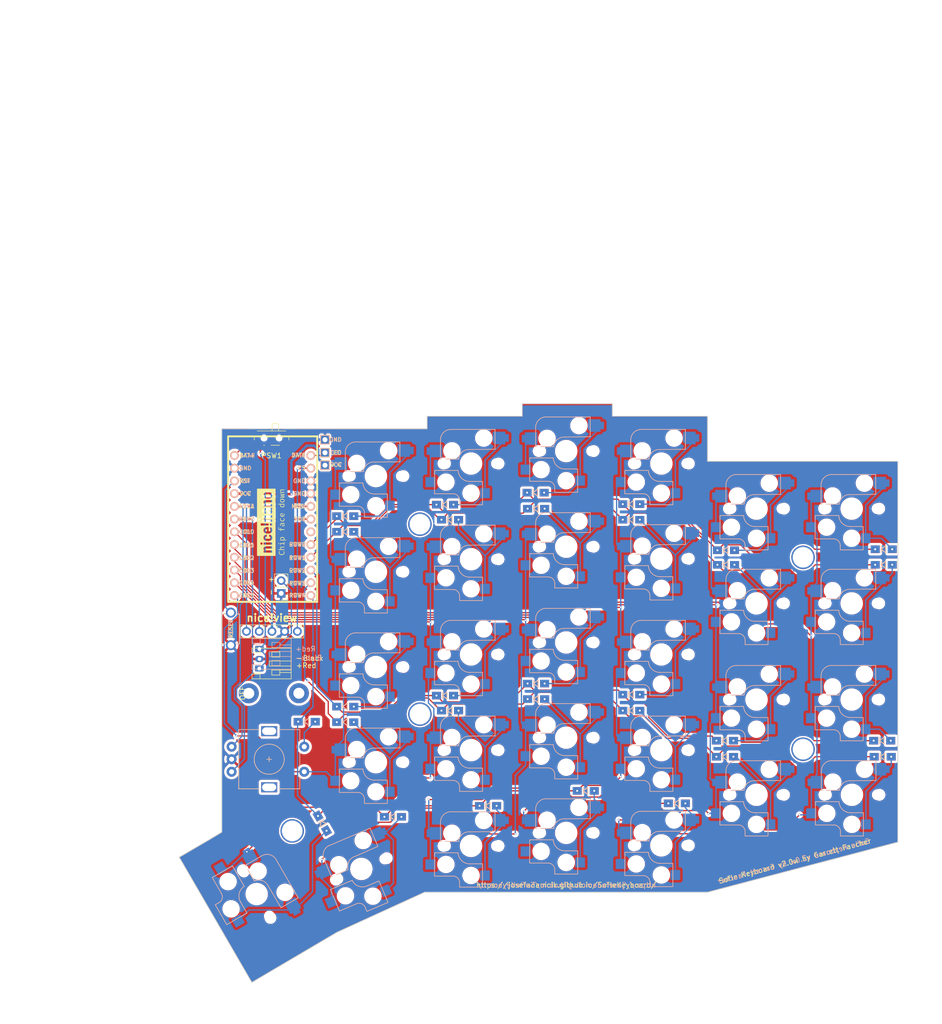
<source format=kicad_pcb>
(kicad_pcb (version 20221018) (generator pcbnew)
  (layers (0 "F.Cu" signal) (31 "B.Cu" signal) (34 "B.Paste" user) (35 "F.Paste" user) (36 "B.SilkS" user "B.Silkscreen") (37 "F.SilkS" user "F.Silkscreen") (38 "B.Mask" user) (39 "F.Mask" user) (44 "Edge.Cuts" user))
  (net 0 "")
  (net 1 "R_row0")
  (net 2 "R_row1")
  (net 3 "R_row2")
  (net 4 "R_row3")
  (net 5 "R_row4")
  (net 6 "VCC")
  (net 7 "GND")
  (net 8 "R_SW25B")
  (net 9 "R_SDA")
  (net 10 "R_SCL")
  (net 11 "R_CS")
  (net 12 "Net-(D1-A)")
  (net 13 "Net-(D2-A)")
  (net 14 "Net-(D3-A)")
  (net 15 "Net-(D4-A)")
  (net 16 "R_RGB")
  (net 17 "R_RESET")
  (net 18 "R_SW25A")
  (net 19 "Net-(D5-A)")
  (net 20 "Net-(D6-A)")
  (net 21 "Net-(D7-A)")
  (net 22 "Net-(D8-A)")
  (net 23 "Net-(D9-A)")
  (net 24 "Net-(D10-A)")
  (net 25 "Net-(D11-A)")
  (net 26 "Net-(D12-A)")
  (net 27 "Net-(D13-A)")
  (net 28 "Net-(D14-A)")
  (net 29 "Net-(D15-A)")
  (net 30 "Net-(D16-A)")
  (net 31 "Net-(D17-A)")
  (net 32 "Net-(D18-A)")
  (net 33 "Net-(D19-A)")
  (net 34 "Net-(D20-A)")
  (net 35 "Net-(D21-A)")
  (net 36 "Net-(D22-A)")
  (net 37 "Net-(D23-A)")
  (net 38 "Net-(D24-A)")
  (net 39 "Net-(D26-A)")
  (net 40 "Net-(D27-A)")
  (net 41 "Net-(D28-A)")
  (net 42 "Net-(D29-A)")
  (net 43 "Net-(D30-A)")
  (net 44 "R_col4")
  (net 45 "R_col3")
  (net 46 "+BATT")
  (net 47 "Net-(BATJ1-Pin_2)")
  (net 50 "R_col2")
  (net 51 "R_col1")
  (net 52 "R_col0")
  (net 53 "R_ENCA")
  (net 54 "R_ENCB")
  (footprint "SofleKeyboard-footprint:HOLE_M2_TH" (layer "F.Cu") (at 129.3 59.6)
    (fp_text reference "TH3" hide)
    (fp_text value "HOLE" hide)
  )
  (footprint "SofleKeyboard-footprint:HOLE_M2_TH" (layer "F.Cu") (at 205.8 66.21)
    (fp_text reference "TH4" hide)
    (fp_text value "HOLE" hide)
  )
  (footprint "SofleKeyboard-footprint:HOLE_M2_TH" (layer "F.Cu") (at 205.8 104.51)
    (fp_text reference "TH6" hide)
    (fp_text value "HOLE" hide)
  )
  (footprint "SofleKeyboard-footprint:HOLE_M2_TH" (layer "F.Cu") (at 103.8 120.81 90)
    (fp_text reference "TH7" hide)
    (fp_text value "HOLE" hide)
  )
  (footprint "SofleKeyboard-footprint:Diode_SOD123" (layer "F.Cu") (at 114.4 58)
    (fp_text reference "D1" hide)
    (fp_text value "D" hide)
  )
  (footprint "SofleKeyboard-footprint:Diode_SOD123" (layer "F.Cu") (at 134.3 55.7)
    (fp_text reference "D2" hide)
    (fp_text value "D" hide)
  )
  (footprint "SofleKeyboard-footprint:Diode_SOD123" (layer "F.Cu") (at 152.4 53.3)
    (fp_text reference "D3" hide)
    (fp_text value "D" hide)
  )
  (footprint "SofleKeyboard-footprint:Diode_SOD123" (layer "F.Cu") (at 171.5 55.6)
    (fp_text reference "D4" hide)
    (fp_text value "D" hide)
  )
  (footprint "SofleKeyboard-footprint:Diode_SOD123" (layer "F.Cu") (at 190.4 64.8)
    (fp_text reference "D5" hide)
    (fp_text value "D" hide)
  )
  (footprint "SofleKeyboard-footprint:Diode_SOD123" (layer "F.Cu") (at 221.9 64.6)
    (fp_text reference "D6" hide)
    (fp_text value "D" hide)
  )
  (footprint "SofleKeyboard-footprint:Diode_SOD123" (layer "F.Cu") (at 114.4 61.1)
    (fp_text reference "D7" hide)
    (fp_text value "D" hide)
  )
  (footprint "SofleKeyboard-footprint:Diode_SOD123" (layer "F.Cu") (at 135.3 58.7)
    (fp_text reference "D8" hide)
    (fp_text value "D" hide)
  )
  (footprint "SofleKeyboard-footprint:Diode_SOD123" (layer "F.Cu") (at 152.5 56.5)
    (fp_text reference "D9" hide)
    (fp_text value "D" hide)
  )
  (footprint "SofleKeyboard-footprint:Diode_SOD123" (layer "F.Cu") (at 171.5 58.7)
    (fp_text reference "D10" hide)
    (fp_text value "D" hide)
  )
  (footprint "SofleKeyboard-footprint:Diode_SOD123" (layer "F.Cu") (at 190.4 67.7)
    (fp_text reference "D11" hide)
    (fp_text value "D" hide)
  )
  (footprint "SofleKeyboard-footprint:Diode_SOD123" (layer "F.Cu") (at 221.9 67.7)
    (fp_text reference "D12" hide)
    (fp_text value "D" hide)
  )
  (footprint "SofleKeyboard-footprint:Diode_SOD123" (layer "F.Cu") (at 114.4 96)
    (fp_text reference "D13" hide)
    (fp_text value "D" hide)
  )
  (footprint "SofleKeyboard-footprint:Diode_SOD123" (layer "F.Cu") (at 134.3 93.8)
    (fp_text reference "D14" hide)
    (fp_text value "D" hide)
  )
  (footprint "SofleKeyboard-footprint:Diode_SOD123" (layer "F.Cu") (at 152.5 91.4)
    (fp_text reference "D15" hide)
    (fp_text value "D" hide)
  )
  (footprint "SofleKeyboard-footprint:Diode_SOD123" (layer "F.Cu") (at 171.5 93.6)
    (fp_text reference "D16" hide)
    (fp_text value "D" hide)
  )
  (footprint "SofleKeyboard-footprint:Diode_SOD123" (layer "F.Cu") (at 190.2 102.8)
    (fp_text reference "D17" hide)
    (fp_text value "D" hide)
  )
  (footprint "SofleKeyboard-footprint:Diode_SOD123" (layer "F.Cu") (at 221.6 102.8)
    (fp_text reference "D18" hide)
    (fp_text value "D" hide)
  )
  (footprint "SofleKeyboard-footprint:Diode_SOD123" (layer "F.Cu") (at 114.4 99.1)
    (fp_text reference "D19" hide)
    (fp_text value "D" hide)
  )
  (footprint "SofleKeyboard-footprint:Diode_SOD123" (layer "F.Cu") (at 135.3 96.8)
    (fp_text reference "D20" hide)
    (fp_text value "D" hide)
  )
  (footprint "SofleKeyboard-footprint:Diode_SOD123" (layer "F.Cu") (at 152.5 94.5)
    (fp_text reference "D21" hide)
    (fp_text value "D" hide)
  )
  (footprint "SofleKeyboard-footprint:Diode_SOD123" (layer "F.Cu") (at 171.5 96.8)
    (fp_text reference "D22" hide)
    (fp_text value "D" hide)
  )
  (footprint "SofleKeyboard-footprint:Diode_SOD123" (layer "F.Cu") (at 190.2 106)
    (fp_text reference "D23" hide)
    (fp_text value "D" hide)
  )
  (footprint "SofleKeyboard-footprint:Diode_SOD123" (layer "F.Cu") (at 221.7 106)
    (fp_text reference "D24" hide)
    (fp_text value "D" hide)
  )
  (footprint "SofleKeyboard-footprint:Diode_SOD123" (layer "F.Cu") (at 106.7 99.01)
    (fp_text reference "D25" hide)
    (fp_text value "D" hide)
  )
  (footprint "SofleKeyboard-footprint:Diode_SOD123" (layer "F.Cu") (at 109.8 119.3 -60)
    (fp_text reference "D26" hide)
    (fp_text value "D" hide)
  )
  (footprint "SofleKeyboard-footprint:Diode_SOD123" (layer "F.Cu") (at 123.9 118)
    (fp_text reference "D27" hide)
    (fp_text value "D" hide)
  )
  (footprint "SofleKeyboard-footprint:Diode_SOD123" (layer "F.Cu") (at 142.9 115.8)
    (fp_text reference "D28" hide)
    (fp_text value "D" hide)
  )
  (footprint "SofleKeyboard-footprint:Diode_SOD123" (layer "F.Cu") (at 162.4 112.81)
    (fp_text reference "D29" hide)
    (fp_text value "D" hide)
  )
  (footprint "SofleKeyboard-footprint:CherryMX_KailhLowProfile_Hotswap_OneSide" (layer "F.Cu") (at 120.5 50)
    (fp_text reference "SW1" hide)
    (fp_text value "SW_PUSH" hide)
  )
  (footprint "SofleKeyboard-footprint:CherryMX_KailhLowProfile_Hotswap_OneSide" (layer "F.Cu") (at 120.5 69.1)
    (fp_text reference "SW7" hide)
    (fp_text value "SW_PUSH" hide)
  )
  (footprint "SofleKeyboard-footprint:CherryMX_KailhLowProfile_Hotswap_OneSide" (layer "F.Cu") (at 120.5 88.1)
    (fp_text reference "SW13" hide)
    (fp_text value "SW_PUSH" hide)
  )
  (footprint "SofleKeyboard-footprint:CherryMX_KailhLowProfile_Hotswap_OneSide" (layer "F.Cu") (at 120.5 107.1)
    (fp_text reference "SW19" hide)
    (fp_text value "SW_PUSH" hide)
  )
  (footprint "SofleKeyboard-footprint:CherryMX_KailhLowProfile_Hotswap_OneSide_1.5" (layer "F.Cu") (at 96.7 133.41 -60)
    (fp_text reference "SW26" hide)
    (fp_text value "SW_PUSH" hide)
  )
  (footprint "SofleKeyboard-footprint:CherryMX_KailhLowProfile_Hotswap_OneSide" (layer "F.Cu") (at 117.6 128.4 23)
    (fp_text reference "SW27" hide)
    (fp_text value "SW_PUSH" hide)
  )
  (footprint "SofleKeyboard-footprint:CherryMX_KailhLowProfile_Hotswap_OneSide" (layer "F.Cu") (at 139.5 123.8)
    (fp_text reference "SW28" hide)
    (fp_text value "SW_PUSH" hide)
  )
  (footprint "SofleKeyboard-footprint:CherryMX_KailhLowProfile_Hotswap_OneSide" (layer "F.Cu") (at 158.5 121.2)
    (fp_text reference "SW29" hide)
    (fp_text value "SW_PUSH" hide)
  )
  (footprint "SofleKeyboard-footprint:M2_HOLE_PCB" (layer "F.Cu") (at 95.13 93.352)
    (fp_text reference "TH1" hide)
    (fp_text value "HOLE")
  )
  (footprint "SofleKeyboard-footprint:LED" (layer "F.Cu") (at 110.344 47.838 180)
    (fp_text reference "J2" hide)
    (fp_text value "LED" hide)
  )
  (footprint "SofleKeyboard-footprint:Diode_SOD123" (layer "F.Cu") (at 180.6 115.31)
    (fp_text reference "D30" hide)
    (fp_text value "D" hide)
  )
  (footprint "SofleKeyboard-footprint:M2_HOLE_PCB" (layer "F.Cu") (at 105.13 93.336)
    (fp_text reference "TH2" hide)
    (fp_text value "HOLE")
  )
  (footprint "SofleKeyboard-footprint:CherryMX_KailhLowProfile_Hotswap_OneSide" (layer "F.Cu") (at 139.5 85.6)
    (fp_text reference "SW14" hide)
    (fp_text value "SW_PUSH" hide)
  )
  (footprint "SofleKeyboard-footprint:CherryMX_KailhLowProfile_Hotswap_OneSide" (layer "F.Cu") (at 139.5 104.7)
    (fp_text reference "SW20" hide)
    (fp_text value "SW_PUSH" hide)
  )
  (footprint "SofleKeyboard-footprint:CherryMX_KailhLowProfile_Hotswap_OneSide" (layer "F.Cu") (at 139.5 66.6)
    (fp_text reference "SW8" hide)
    (fp_text value "SW_PUSH" hide)
  )
  (footprint "SofleKeyboard-footprint:CherryMX_KailhLowProfile_Hotswap_OneSide" (layer "F.Cu") (at 139.5 47.5)
    (fp_text reference "SW2" hide)
    (fp_text value "SW_PUSH" hide)
  )
  (footprint "SofleKeyboard-footprint:CherryMX_KailhLowProfile_Hotswap_OneSide" (layer "F.Cu") (at 158.5 83.2)
    (fp_text reference "SW15" hide)
    (fp_text value "SW_PUSH" hide)
  )
  (footprint "SofleKeyboard-footprint:CherryMX_KailhLowProfile_Hotswap_OneSide" (layer "F.Cu") (at 158.5 45.01)
    (fp_text reference "SW3" hide)
    (fp_text value "SW_PUSH" hide)
  )
  (footprint "SofleKeyboard-footprint:CherryMX_KailhLowProfile_Hotswap_OneSide" (layer "F.Cu") (at 158.5 64.1)
    (fp_text reference "SW9" hide)
    (fp_text value "SW_PUSH" hide)
  )
  (footprint "SofleKeyboard-footprint:CherryMX_KailhLowProfile_Hotswap_OneSide" (layer "F.Cu") (at 158.5 102.2)
    (fp_text reference "SW21" hide)
    (fp_text value "SW_PUSH" hide)
  )
  (footprint "SofleKeyboard-footprint:CherryMX_KailhLowProfile_Hotswap_OneSide" (layer "F.Cu") (at 177.5 104.7)
    (fp_text reference "SW22" hide)
    (fp_text value "SW_PUSH" hide)
  )
  (footprint "SofleKeyboard-footprint:CherryMX_KailhLowProfile_Hotswap_OneSide" (layer "F.Cu") (at 177.5 66.5)
    (fp_text reference "SW10" hide)
    (fp_text value "SW_PUSH" hide)
  )
  (footprint "SofleKeyboard-footprint:CherryMX_KailhLowProfile_Hotswap_OneSide" (layer "F.Cu") (at 177.5 123.7)
    (fp_text reference "SW30" hide)
    (fp_text value "SW_PUSH" hide)
  )
  (footprint "SofleKeyboard-footprint:CherryMX_KailhLowProfile_Hotswap_OneSide" (layer "F.Cu") (at 177.5 85.6)
    (fp_text reference "SW16" hide)
    (fp_text value "SW_PUSH" hide)
  )
  (footprint "SofleKeyboard-footprint:CherryMX_KailhLowProfile_Hotswap_OneSide" (layer "F.Cu") (at 177.5 47.5)
    (fp_text reference "SW4" hide)
    (fp_text value "SW_PUSH" hide)
  )
  (footprint "SofleKeyboard-footprint:CherryMX_KailhLowProfile_Hotswap_OneSide" (layer "F.Cu") (at 196.5 56.5)
    (fp_text reference "SW5" hide)
    (fp_text value "SW_PUSH" hide)
  )
  (footprint "SofleKeyboard-footprint:CherryMX_KailhLowProfile_Hotswap_OneSide" (layer "F.Cu") (at 196.5 113.6)
    (fp_text reference "SW23" hide)
    (fp_text value "SW_PUSH" hide)
  )
  (footprint "SofleKeyboard-footprint:CherryMX_KailhLowProfile_Hotswap_OneSide" (layer "F.Cu") (at 215.5 94.6)
    (fp_text reference "SW18" hide)
    (fp_text value "SW_PUSH" hide)
  )
  (footprint "SofleKeyboard-footprint:CherryMX_KailhLowProfile_Hotswap_OneSide" (layer "F.Cu") (at 215.55 113.6)
    (fp_text reference "SW24" hide)
    (fp_text value "SW_PUSH" hide)
  )
  (footprint "SofleKeyboard-footprint:CherryMX_KailhLowProfile_Hotswap_OneSide" (layer "F.Cu") (at 215.5 56.5)
    (fp_text reference "SW6" hide)
    (fp_text value "SW_PUSH" hide)
  )
  (footprint "SofleKeyboard-footprint:CherryMX_KailhLowProfile_Hotswap_OneSide" (layer "F.Cu") (at 215.5 75.4)
    (fp_text reference "SW12" hide)
    (fp_text value "SW_PUSH" hide)
  )
  (footprint "SofleKeyboard-footprint:CherryMX_KailhLowProfile_Hotswap_OneSide" (layer "F.Cu") (at 196.5 94.6)
    (fp_text reference "SW17" hide)
    (fp_text value "SW_PUSH" hide)
  )
  (footprint "SofleKeyboard-footprint:CherryMX_KailhLowProfile_Hotswap_OneSide" (layer "F.Cu") (at 196.5 75.4)
    (fp_text reference "SW11" hide)
    (fp_text value "SW_PUSH" hide)
  )
  (footprint "SofleKeyboard-footprint:HOLE_M2_TH" (layer "F.Cu") (at 129.3 97.51)
    (fp_text reference "TH5" hide)
    (fp_text value "HOLE" hide)
  )
  (footprint "SofleKeyboard-footprint:RotaryEncoder_Alps_EC11E-Switch_Vertical_H20mm-keebio_modified" (layer "F.Cu") (at 99.2 106.5)
    (fp_text reference "SW25" hide)
    (fp_text value "Rotary_Encoder_Switch")
  )
  (footprint "SofleKeyboard-footprint:TACT_SWITCH_TVBP06" (layer "F.Cu") (at 91.548 80.502 90)
    (fp_text reference "RSW1" hide)
    (fp_text value "SW_RST" hide)
  )
  (footprint "lib:nice_nano" (layer "F.Cu") (at 99.5958 60.1919)
    (fp_text reference "U1" hide)
    (fp_text value "ProMicro" hide)
  )
  (footprint "Connector_PinHeader_2.54mm:PinHeader_1x02_P2.54mm_Vertical" (layer "F.Cu") (at 101.6 73.406 180)
    (fp_text reference "BATJ1" hide)
    (fp_text value "Conn_01x02_Female")
  )
  (footprint "lib:nice_view" (layer "F.Cu") (at 99.75 65.4706)
    (fp_text reference "J1" hide)
    (fp_text value "OLED" hide)
  )
  (footprint "Button_Switch_SMD:SW_SPDT_PCM12" (layer "F.Cu") (at 99.676 42.73 180)
    (fp_text reference "PSW1")
    (fp_text value "SW_SPST")
  )
  (footprint "lib:Double_Sided_JST_Jack" (layer "F.Cu") (at 99.93 92.1185)
    (fp_text reference "BATJ2" hide)
    (fp_text value "Conn_01x02_Female")
  )
  (gr_line (start 111.23 40.552) (end 89.73 40.552) (stroke (width 0.15)) (layer "Edge.Cuts"))
  (gr_line (start 89.73 100.552) (end 89.73 121.052) (stroke (width 0.15)) (layer "Edge.Cuts"))
  (gr_line (start 224.73 123.052) (end 224.73 47.052) (stroke (width 0.15)) (layer "Edge.Cuts"))
  (gr_line (start 130.73 38.052) (end 130.73 40.552) (stroke (width 0.15)) (layer "Edge.Cuts"))
  (gr_line (start 95.73 151.052) (end 112.73 141.052) (stroke (width 0.15)) (layer "Edge.Cuts"))
  (gr_line (start 149.73 38.052) (end 130.73 38.052) (stroke (width 0.15)) (layer "Edge.Cuts"))
  (gr_line (start 186.73 133.052) (end 224.73 123.052) (stroke (width 0.15)) (layer "Edge.Cuts"))
  (gr_line (start 130.73 40.552) (end 111.23 40.552) (stroke (width 0.15)) (layer "Edge.Cuts"))
  (gr_line (start 89.73 99.94) (end 89.73 100.552) (stroke (width 0.15)) (layer "Edge.Cuts"))
  (gr_line (start 81.23 126.052) (end 95.73 151.052) (stroke (width 0.15)) (layer "Edge.Cuts"))
  (gr_line (start 186.73 38.052) (end 167.73 38.052) (stroke (width 0.15)) (layer "Edge.Cuts"))
  (gr_line (start 167.73 35.552) (end 149.73 35.552) (stroke (width 0.15)) (layer "Edge.Cuts"))
  (gr_line (start 89.73 121.052) (end 87.23 122.552) (stroke (width 0.15)) (layer "Edge.Cuts"))
  (gr_line (start 112.73 141.052) (end 130.23 133.052) (stroke (width 0.15)) (layer "Edge.Cuts"))
  (gr_line (start 224.73 47.052) (end 186.73 47.052) (stroke (width 0.15)) (layer "Edge.Cuts"))
  (gr_line (start 89.73 40.552) (end 89.73 99.94) (stroke (width 0.15)) (layer "Edge.Cuts"))
  (gr_line (start 149.73 35.552) (end 149.73 38.052) (stroke (width 0.15)) (layer "Edge.Cuts"))
  (gr_line (start 186.73 47.052) (end 186.73 38.052) (stroke (width 0.15)) (layer "Edge.Cuts"))
  (gr_line (start 87.23 122.552) (end 81.23 126.052) (stroke (width 0.15)) (layer "Edge.Cuts"))
  (gr_line (start 130.23 133.052) (end 186.73 133.052) (stroke (width 0.15)) (layer "Edge.Cuts"))
  (gr_line (start 167.73 38.052) (end 167.73 35.552) (stroke (width 0.15)) (layer "Edge.Cuts"))
  (gr_text "Sofle Keyboard v2.0w by Garrett Faucher" (at 203.93 126.852 15) (layer "B.SilkS") (effects (font (size 1 1)) (justify mirror)))
  (gr_text "https://josefadamcik.github.io/SofleKeyboard/" (at 158.48 131.602) (layer "B.SilkS") (effects (font (size 1 1)) (justify mirror)))
  (gr_text "+" (at 99.568 71.374 90) (layer "F.SilkS") (effects (font (size 1 1)) (justify left)))
  (gr_text "https://josefadamcik.github.io/SofleKeyboard/" (at 158.53 131.602) (layer "F.SilkS") (effects (font (size 1 1))))
  (gr_text "Sofle Keyboard v2.0w by Garrett Faucher" (at 204.18 126.802 15) (layer "F.SilkS") (effects (font (size 1 1))))
  (gr_text "OFF" (at 93.905 94.804568 90) (layer "F.SilkS") (effects (font (size 1 1)) (justify left)))
  (gr_text "-" (at 99.568 73.914 90) (layer "F.SilkS") (effects (font (size 1 1)) (justify left)))
  (segment (start 208.114443 64.6) (end 206.949443 63.435) (width 0.25) (layer "F.Cu") (net 1))
  (segment (start 220.2 64.6) (end 208.114443 64.6) (width 0.25) (layer "F.Cu") (net 1))
  (segment (start 195.64 66.04) (end 193.325 63.725) (width 0.25) (layer "F.Cu") (net 1))
  (segment (start 193.325 63.725) (end 189.775 63.725) (width 0.25) (layer "F.Cu") (net 1))
  (segment (start 169.8 55.6) (end 168.81 54.61) (width 0.25) (layer "F.Cu") (net 1))
  (segment (start 133.854 56.954) (end 132.6 55.7) (width 0.25) (layer "F.Cu") (net 1))
  (segment (start 206.949443 63.435) (end 204.650557 63.435) (width 0.25) (layer "F.Cu") (net 1))
  (segment (start 114.136 59.436) (end 112.7 58) (width 0.25) (layer "F.Cu") (net 1))
  (segment (start 147.046 56.954) (end 133.854 56.954) (width 0.25) (layer "F.Cu") (net 1))
  (segment (start 112.7 58) (end 112.7 58.475936) (width 0.25) (layer "F.Cu") (net 1))
  (segment (start 152.01 54.61) (end 150.7 53.3) (width 0.25) (layer "F.Cu") (net 1))
  (segment (start 189.775 63.725) (end 188.7 64.8) (width 0.25) (layer "F.Cu") (net 1))
  (segment (start 123.35165 55.7) (end 119.61565 59.436) (width 0.25) (layer "F.Cu") (net 1))
  (segment (start 169.8 55.6) (end 171.154 56.954) (width 0.25) (layer "F.Cu") (net 1))
  (segment (start 171.154 56.954) (end 180.854 56.954) (width 0.25) (layer "F.Cu") (net 1))
  (segment (start 180.854 56.954) (end 188.7 64.8) (width 0.25) (layer "F.Cu") (net 1))
  (segment (start 119.61565 59.436) (end 114.136 59.436) (width 0.25) (layer "F.Cu") (net 1))
  (segment (start 204.650557 63.435) (end 202.045557 66.04) (width 0.25) (layer "F.Cu") (net 1))
  (segment (start 112.7 58.475936) (end 107.509984 63.665952) (width 0.25) (layer "F.Cu") (net 1))
  (segment (start 132.6 55.7) (end 123.35165 55.7) (width 0.25) (layer "F.Cu") (net 1))
  (segment (start 112.7 58) (end 112.948 58.248) (width 0.25) (layer "F.Cu") (net 1))
  (segment (start 202.045557 66.04) (end 195.64 66.04) (width 0.25) (layer "F.Cu") (net 1))
  (segment (start 150.7 53.3) (end 147.046 56.954) (width 0.25) (layer "F.Cu") (net 1))
  (segment (start 168.81 54.61) (end 152.01 54.61) (width 0.25) (layer "F.Cu") (net 1))
  (segment (start 202.155557 66.49) (end 195.61 66.49) (width 0.25) (layer "F.Cu") (net 2))
  (segment (start 152.24 55.06) (end 166.16 55.06) (width 0.25) (layer "F.Cu") (net 2))
  (segment (start 119.802046 59.886) (end 113.914 59.886) (width 0.25) (layer "F.Cu") (net 2))
  (segment (start 130.75 56.15) (end 123.538046 56.15) (width 0.25) (layer "F.Cu") (net 2))
  (segment (start 133.6 58.7) (end 133.3 58.7) (width 0.25) (layer "F.Cu") (net 2))
  (segment (start 204.650557 68.985) (end 202.155557 66.49) (width 0.25) (layer "F.Cu") (net 2))
  (segment (start 149.896 57.404) (end 134.896 57.404) (width 0.25) (layer "F.Cu") (net 2))
  (segment (start 133.3 58.7) (end 130.75 56.15) (width 0.25) (layer "F.Cu") (net 2))
  (segment (start 195.61 66.49) (end 193.325 68.775) (width 0.25) (layer "F.Cu") (net 2))
  (segment (start 112.7 61.1) (end 112.615936 61.1) (width 0.25) (layer "F.Cu") (net 2))
  (segment (start 134.896 57.404) (end 133.6 58.7) (width 0.25) (layer "F.Cu") (net 2))
  (segment (start 112.615936 61.1) (end 107.509984 66.205952) (width 0.25) (layer "F.Cu") (net 2))
  (segment (start 169.8 58.7) (end 171.096 57.404) (width 0.25) (layer "F.Cu") (net 2))
  (segment (start 206.949443 68.985) (end 204.650557 68.985) (width 0.25) (layer "F.Cu") (net 2))
  (segment (start 150.8 56.5) (end 149.896 57.404) (width 0.25) (layer "F.Cu") (net 2))
  (segment (start 171.096 57.404) (end 180.667604 57.404) (width 0.25) (layer "F.Cu") (net 2))
  (segment (start 189.775 68.775) (end 188.7 67.7) (width 0.25) (layer "F.Cu") (net 2))
  (segment (start 186.780802 65.780802) (end 188.7 67.7) (width 0.25) (layer "F.Cu") (net 2))
  (segment (start 113.914 59.886) (end 112.7 61.1) (width 0.25) (layer "F.Cu") (net 2))
  (segment (start 220.2 67.7) (end 208.234443 67.7) (width 0.25) (layer "F.Cu") (net 2))
  (segment (start 180.667604 57.404) (end 186.780802 63.517198) (width 0.25) (layer "F.Cu") (net 2))
  (segment (start 166.16 55.06) (end 169.8 58.7) (width 0.25) (layer "F.Cu") (net 2))
  (segment (start 193.325 68.775) (end 189.775 68.775) (width 0.25) (layer "F.Cu") (net 2))
  (segment (start 186.780802 63.517198) (end 186.780802 65.780802) (width 0.25) (layer "F.Cu") (net 2))
  (segment (start 150.8 56.5) (end 152.24 55.06) (width 0.25) (layer "F.Cu") (net 2))
  (segment (start 123.538046 56.15) (end 119.802046 59.886) (width 0.25) (layer "F.Cu") (net 2))
  (segment (start 208.234443 67.7) (end 206.949443 68.985) (width 0.25) (layer "F.Cu") (net 2))
  (segment (start 188.5 102.8) (end 187.575 101.875) (width 0.25) (layer "F.Cu") (net 3))
  (segment (start 202.510556 103.875) (end 189.575 103.875) (width 0.25) (layer "F.Cu") (net 3))
  (segment (start 150.8 91.4) (end 152.11 92.71) (width 0.25) (layer "F.Cu") (net 3))
  (segment (start 219.9 102.8) (end 208.014443 102.8) (width 0.25) (layer "F.Cu") (net 3))
  (segment (start 204.650557 101.735) (end 202.510556 103.875) (width 0.25) (layer "F.Cu") (net 3))
  (segment (start 168.91 92.71) (end 169.8 93.6) (width 0.25) (layer "F.Cu") (net 3))
  (segment (start 122.624 97.086) (end 125.91 93.8) (width 0.25) (layer "F.Cu") (net 3))
  (segment (start 175.006 96.306) (end 175.006 98.169604) (width 0.25) (layer "F.Cu") (net 3))
  (segment (start 206.949443 101.735) (end 204.650557 101.735) (width 0.25) (layer "F.Cu") (net 3))
  (segment (start 173.95 95.25) (end 175.006 96.306) (width 0.25) (layer "F.Cu") (net 3))
  (segment (start 175.006 98.169604) (end 178.711396 101.875) (width 0.25) (layer "F.Cu") (net 3))
  (segment (start 112.7 96) (end 113.786 97.086) (width 0.25) (layer "F.Cu") (net 3))
  (segment (start 169.8 93.6) (end 171.45 95.25) (width 0.25) (layer "F.Cu") (net 3))
  (segment (start 171.45 95.25) (end 173.95 95.25) (width 0.25) (layer "F.Cu") (net 3))
  (segment (start 208.014443 102.8) (end 206.949443 101.735) (width 0.25) (layer "F.Cu") (net 3))
  (segment (start 133.854 95.054) (end 147.146 95.054) (width 0.25) (layer "F.Cu") (net 3))
  (segment (start 187.575 101.875) (end 178.711396 101.875) (width 0.25) (layer "F.Cu") (net 3))
  (segment (start 125.91 93.8) (end 132.6 93.8) (width 0.25) (layer "F.Cu") (net 3))
  (segment (start 147.146 95.054) (end 150.8 91.4) (width 0.25) (layer "F.Cu") (net 3))
  (segment (start 152.11 92.71) (end 168.91 92.71) (width 0.25) (layer "F.Cu") (net 3))
  (segment (start 113.786 97.086) (end 122.624 97.086) (width 0.25) (layer "F.Cu") (net 3))
  (segment (start 132.6 93.8) (end 133.854 95.054) (width 0.25) (layer "F.Cu") (net 3))
  (segment (start 108.711284 92.011284) (end 112.7 96) (width 0.25) (layer "B.Cu") (net 3))
  (segment (start 107.509984 68.745952) (end 108.711284 69.947252) (width 0.25) (layer "B.Cu") (net 3))
  (segment (start 108.711284 69.947252) (end 108.711284 92.011284) (width 0.25) (layer "B.Cu") (net 3))
  (segment (start 170.875 97.875) (end 169.8 96.8) (width 0.25) (layer "F.Cu") (net 4))
  (segment (start 110.998 94.996) (end 110.998 97.398) (width 0.25) (layer "F.Cu") (net 4))
  (segment (start 174.075 97.875) (end 170.875 97.875) (width 0.25) (layer "F.Cu") (net 4))
  (segment (start 204.650557 107.285) (end 201.690557 104.325) (width 0.25) (layer "F.Cu") (net 4))
  (segment (start 208.234443 106) (end 206.949443 107.285) (width 0.25) (layer "F.Cu") (net 4))
  (segment (start 184.825 102.325) (end 178.525 102.325) (width 0.25) (layer "F.Cu") (net 4))
  (segment (start 106.934 90.932) (end 110.998 94.996) (width 0.25) (layer "F.Cu") (net 4))
  (segment (start 110.998 97.398) (end 112.7 99.1) (width 0.25) (layer "F.Cu") (net 4))
  (segment (start 190.175 104.325) (end 188.5 106) (width 0.25) (layer "F.Cu") (net 4))
  (segment (start 122.810396 97.536) (end 126.048198 94.298198) (width 0.25) (layer "F.Cu") (net 4))
  (segment (start 188.5 106) (end 184.825 102.325) (width 0.25) (layer "F.Cu") (net 4))
  (segment (start 150.8 94.5) (end 152.14 93.16) (width 0.25) (layer "F.Cu") (net 4))
  (segment (start 206.949443 107.285) (end 204.650557 107.285) (width 0.25) (layer "F.Cu") (net 4))
  (segment (start 133.6 96.8) (end 134.896 95.504) (width 0.25) (layer "F.Cu") (net 4))
  (segment (start 166.16 93.16) (end 169.8 96.8) (width 0.25) (layer "F.Cu") (net 4))
  (segment (start 149.796 95.504) (end 150.8 94.5) (width 0.25) (layer "F.Cu") (net 4))
  (segment (start 126.048198 94.298198) (end 130.948198 94.298198) (width 0.25) (layer "F.Cu") (net 4))
  (segment (start 114.264 97.536) (end 122.810396 97.536) (width 0.25) (layer "F.Cu") (net 4))
  (segment (start 112.7 99.1) (end 114.264 97.536) (width 0.25) (layer "F.Cu") (net 4))
  (segment (start 134.896 95.504) (end 149.796 95.504) (width 0.25) (layer "F.Cu") (net 4))
  (segment (start 130.948198 94.298198) (end 133.45 96.8) (width 0.25) (layer "F.Cu") (net 4))
  (segment (start 133.45 96.8) (end 133.6 96.8) (width 0.25) (layer "F.Cu") (net 4))
  (segment (start 152.14 93.16) (end 166.16 93.16) (width 0.25) (layer "F.Cu") (net 4))
  (segment (start 220 106) (end 208.234443 106) (width 0.25) (layer "F.Cu") (net 4))
  (segment (start 178.525 102.325) (end 174.075 97.875) (width 0.25) (layer "F.Cu") (net 4))
  (segment (start 201.690557 104.325) (end 190.175 104.325) (width 0.25) (layer "F.Cu") (net 4))
  (via (at 106.934 90.932) (size 0.4) (drill 0.3) (layers "F.Cu" "B.Cu") (net 4))
  (segment (start 106.308684 72.487252) (end 106.308684 90.306684) (width 0.25) (layer "B.Cu") (net 4))
  (segment (start 106.308684 90.306684) (end 106.934 90.932) (width 0.25) (layer "B.Cu") (net 4))
  (segment (start 107.509984 71.285952) (end 106.308684 72.487252) (width 0.25) (layer "B.Cu") (net 4))
  (segment (start 110.191757 116.586) (end 108.95 117.827757) (width 0.25) (layer "F.Cu") (net 5))
  (segment (start 173.585396 111.735) (end 161.775 111.735) (width 0.25) (layer "F.Cu") (net 5))
  (segment (start 144.19 112.81) (end 141.2 115.8) (width 0.25) (layer "F.Cu") (net 5))
  (segment (start 120.786 116.586) (end 110.191757 116.586) (width 0.25) (layer "F.Cu") (net 5))
  (segment (start 178.9 115.31) (end 177.160396 115.31) (width 0.25) (layer "F.Cu") (net 5))
  (segment (start 122.2 118) (end 120.786 116.586) (width 0.25) (layer "F.Cu") (net 5))
  (segment (start 141.2 115.8) (end 124.4 115.8) (width 0.25) (layer "F.Cu") (net 5))
  (segment (start 124.4 115.8) (end 122.2 118) (width 0.25) (layer "F.Cu") (net 5))
  (segment (start 177.160396 115.31) (end 173.585396 111.735) (width 0.25) (layer "F.Cu") (net 5))
  (segment (start 161.775 111.735) (end 160.7 112.81) (width 0.25) (layer "F.Cu") (net 5))
  (segment (start 160.7 112.81) (end 144.19 112.81) (width 0.25) (layer "F.Cu") (net 5))
  (segment (start 107.95 74.265968) (end 107.95 96.06) (width 0.25) (layer "B.Cu") (net 5))
  (segment (start 104.875 99.135) (end 104.875 113.752757) (width 0.25) (layer "B.Cu") (net 5))
  (segment (start 107.95 96.06) (end 105 99.01) (width 0.25) (layer "B.Cu") (net 5))
  (segment (start 107.509984 73.825952) (end 107.95 74.265968) (width 0.25) (layer "B.Cu") (net 5))
  (segment (start 105 99.01) (end 104.875 99.135) (width 0.25) (layer "B.Cu") (net 5))
  (segment (start 104.875 113.752757) (end 108.95 117.827757) (width 0.25) (layer "B.Cu") (net 5))
  (segment (start 99.822 53.594) (end 103.632 53.594) (width 0.5) (layer "F.Cu") (net 6))
  (segment (start 99.822 53.594) (end 99.733952 53.505952) (width 0.5) (layer "F.Cu") (net 6))
  (segment (start 99.733952 53.505952) (end 92.269984 53.505952) (width 0.5) (layer "F.Cu") (net 6))
  (via (at 99.822 53.594) (size 0.4) (drill 0.3) (layers "F.Cu" "B.Cu") (net 6))
  (via (at 103.632 53.594) (size 0.4) (drill 0.3) (layers "F.Cu" "B.Cu") (net 6))
  (segment (start 99.75 53.666) (end 99.822 53.594) (width 0.5) (layer "B.Cu") (net 6))
  (segment (start 108.966 46.46) (end 110.344 47.838) (width 0.5) (layer "B.Cu") (net 6))
  (segment (start 103.632 53.594) (end 103.632 46.99) (width 0.5) (layer "B.Cu") (net 6))
  (segment (start 103.632 46.99) (end 106.68 43.942) (width 0.5) (layer "B.Cu") (net 6))
  (segment (start 99.75 80.9946) (end 99.75 53.666) (width 0.5) (layer "B.Cu") (net 6))
  (segment (start 108.204 43.942) (end 108.966 44.704) (width 0.5) (layer "B.Cu") (net 6))
  (segment (start 108.966 44.704) (end 108.966 46.46) (width 0.5) (layer "B.Cu") (net 6))
  (segment (start 106.68 43.942) (end 108.204 43.942) (width 0.5) (layer "B.Cu") (net 6))
  (segment (start 106.2 104) (end 106.2 101.21) (width 0.25) (layer "B.Cu") (net 8))
  (segment (start 106.2 101.21) (end 108.4 99.01) (width 0.25) (layer "B.Cu") (net 8))
  (segment (start 94.742 56.134) (end 94.830048 56.045952) (width 0.25) (layer "F.Cu") (net 9))
  (segment (start 94.830048 56.045952) (end 107.509984 56.045952) (width 0.25) (layer "F.Cu") (net 9))
  (via (at 94.742 56.134) (size 0.4) (drill 0.3) (layers "F.Cu" "B.Cu") (net 9))
  (segment (start 94.67 80.9946) (end 94.67 56.206) (width 0.25) (layer "B.Cu") (net 9))
  (segment (start 94.67 56.206) (end 94.742 56.134) (width 0.25) (layer "B.Cu") (net 9))
  (segment (start 97.282 58.674) (end 97.370048 58.585952) (width 0.25) (layer "F.Cu") (net 10))
  (segment (start 97.370048 58.585952) (end 107.509984 58.585952) (width 0.25) (layer "F.Cu") (net 10))
  (via (at 97.282 58.674) (size 0.4) (drill 0.3) (layers "F.Cu" "B.Cu") (net 10))
  (segment (start 97.21 58.746) (end 97.282 58.674) (width 0.25) (layer "B.Cu") (net 10))
  (segment (start 97.21 80.9946) (end 97.21 58.746) (width 0.25) (layer "B.Cu") (net 10))
  (segment (start 107.509984 48.425952) (end 104.990048 48.425952) (width 0.25) (layer "F.Cu") (net 11))
  (segment (start 104.990048 48.425952) (end 104.902 48.514) (width 0.25) (layer "F.Cu") (net 11))
  (via (at 104.902 48.514) (size 0.4) (drill 0.3) (layers "F.Cu" "B.Cu") (net 11))
  (segment (start 104.83 80.9946) (end 104.83 48.586) (width 0.25) (layer "B.Cu") (net 11))
  (segment (start 104.83 48.586) (end 104.902 48.514) (width 0.25) (layer "B.Cu") (net 11))
  (segment (start 127.7 44.9) (end 123.3 49.3) (width 0.25) (layer "B.Cu") (net 12))
  (segment (start 123.3 49.3) (end 123.3 55.9) (width 0.25) (layer "B.Cu") (net 12))
  (segment (start 123.3 55.9) (end 121.2 58) (width 0.25) (layer "B.Cu") (net 12))
  (segment (start 121.2 58) (end 116.1 58) (width 0.25) (layer "B.Cu") (net 12))
  (segment (start 142.3 53.4) (end 140 55.7) (width 0.25) (layer "B.Cu") (net 13))
  (segment (start 140 55.7) (end 136 55.7) (width 0.25) (layer "B.Cu") (net 13))
  (segment (start 142.3 46.8) (end 142.3 53.4) (width 0.25) (layer "B.Cu") (net 13))
  (segment (start 146.7 42.4) (end 142.3 46.8) (width 0.25) (layer "B.Cu") (net 13))
  (segment (start 165.7 39.91) (end 161.3 44.31) (width 0.25) (layer "B.Cu") (net 14))
  (segment (start 158.91 53.3) (end 154.1 53.3) (width 0.25) (layer "B.Cu") (net 14))
  (segment (start 161.3 50.91) (end 158.91 53.3) (width 0.25) (layer "B.Cu") (net 14))
  (segment (start 161.3 44.31) (end 161.3 50.91) (width 0.25) (layer "B.Cu") (net 14))
  (segment (start 178.1 55.6) (end 173.2 55.6) (width 0.25) (layer "B.Cu") (net 15))
  (segment (start 180.3 53.4) (end 178.1 55.6) (width 0.25) (layer "B.Cu") (net 15))
  (segment (start 180.3 46.8) (end 180.3 53.4) (width 0.25) (layer "B.Cu") (net 15))
  (segment (start 184.7 42.4) (end 180.3 46.8) (width 0.25) (layer "B.Cu") (net 15))
  (segment (start 109.796048 45.885952) (end 110.344 45.338) (width 0.25) (layer "F.Cu") (net 16))
  (segment (start 107.509984 45.885952) (end 109.796048 45.885952) (width 0.25) (layer "F.Cu") (net 16))
  (segment (start 90.424 76.128) (end 90.424 52.811936) (width 0.25) (layer "B.Cu") (net 17))
  (segment (start 91.548 77.252) (end 90.424 76.128) (width 0.25) (layer "B.Cu") (net 17))
  (segment (start 90.424 52.811936) (end 92.269984 50.965952) (width 0.25) (layer "B.Cu") (net 17))
  (segment (start 96.904 101.854) (end 92.71 101.854) (width 0.25) (layer "F.Cu") (net 18))
  (segment (start 104.05 109) (end 96.904 101.854) (width 0.25) (layer "F.Cu") (net 18))
  (segment (start 106.2 109) (end 104.05 109) (width 0.25) (layer "F.Cu") (net 18))
  (via (at 92.71 101.854) (size 0.4) (drill 0.3) (layers "F.Cu" "B.Cu") (net 18))
  (segment (start 112.4 67) (end 112 66.6) (width 0.25) (layer "B.Cu") (net 18))
  (segment (start 112.4 47.9) (end 112 47.5) (width 0.25) (layer "B.Cu") (net 18))
  (segment (start 112 66.6) (end 111.475 66.075) (width 0.25) (layer "B.Cu") (net 18))
  (segment (start 92.873 74.428968) (end 92.269984 73.825952) (width 0.25) (layer "B.Cu") (net 18))
  (segment (start 111.475 66.075) (end 111.475 54.625) (width 0.25) (layer "B.Cu") (net 18))
  (segment (start 114.046 102.554) (end 114.046 93.446) (width 0.25) (layer "B.Cu") (net 18))
  (segment (start 90.223 80.450833) (end 92.873 77.800833) (width 0.25) (layer "B.Cu") (net 18))
  (segment (start 106.2 109) (end 110.6 109) (width 0.25) (layer "B.Cu") (net 18))
  (segment (start 92.873 77.800833) (end 92.873 74.428968) (width 0.25) (layer "B.Cu") (net 18))
  (segment (start 112.4 105) (end 112 104.6) (width 0.25) (layer "B.Cu") (net 18))
  (segment (start 90.223 99.367) (end 90.223 80.450833) (width 0.25) (layer "B.Cu") (net 18))
  (segment (start 112.4 110.8) (end 112.4 105) (width 0.25) (layer "B.Cu") (net 18))
  (segment (start 112.4 72.8) (end 112.4 67) (width 0.25) (layer "B.Cu") (net 18))
  (segment (start 112.4 53.7) (end 112.4 47.9) (width 0.25) (layer "B.Cu") (net 18))
  (segment (start 112.4 86) (end 112 85.6) (width 0.25) (layer "B.Cu") (net 18))
  (segment (start 112 104.6) (end 114.046 102.554) (width 0.25) (layer "B.Cu") (net 18))
  (segment (start 112.4 91.8) (end 112.4 86) (width 0.25) (layer "B.Cu") (net 18))
  (segment (start 111.475 54.625) (end 112.4 53.7) (width 0.25) (layer "B.Cu") (net 18))
  (segment (start 114.046 93.446) (end 112.4 91.8) (width 0.25) (layer "B.Cu") (net 18))
  (segment (start 112.4 85.2) (end 112 85.6) (width 0.25) (layer "B.Cu") (net 18))
  (segment (start 92.71 101.854) (end 90.223 99.367) (width 0.25) (layer "B.Cu") (net 18))
  (segment (start 112.4 72.8) (end 112.4 85.2) (width 0.25) (layer "B.Cu") (net 18))
  (segment (start 110.6 109) (end 112.4 110.8) (width 0.25) (layer "B.Cu") (net 18))
  (segment (start 196.9 64.8) (end 192.1 64.8) (width 0.25) (layer "B.Cu") (net 19))
  (segment (start 199.3 55.8) (end 199.3 62.4) (width 0.25) (layer "B.Cu") (net 19))
  (segment (start 203.7 51.4) (end 199.3 55.8) (width 0.25) (layer "B.Cu") (net 19))
  (segment (start 199.3 62.4) (end 196.9 64.8) (width 0.25) (layer "B.Cu") (net 19))
  (segment (start 218.3 55.8) (end 218.3 62.4) (width 0.25) (layer "B.Cu") (net 20))
  (segment (start 223.6 64.6) (end 221.4 62.4) (width 0.25) (layer "B.Cu") (net 20))
  (segment (start 221.4 62.4) (end 218.3 62.4) (width 0.25) (layer "B.Cu") (net 20))
  (segment (start 222.7 51.4) (end 218.3 55.8) (width 0.25) (layer "B.Cu") (net 20))
  (segment (start 116.1 61.2) (end 123.3 68.4) (width 0.25) (layer "B.Cu") (net 21))
  (segment (start 116.1 61.1) (end 116.1 61.2) (width 0.25) (layer "B.Cu") (net 21))
  (segment (start 123.3 68.4) (end 123.3 75) (width 0.25) (layer "B.Cu") (net 21))
  (segment (start 127.7 64) (end 123.3 68.4) (width 0.25) (layer "B.Cu") (net 21))
  (segment (start 142.3 65.9) (end 142.3 72.5) (width 0.25) (layer "B.Cu") (net 22))
  (segment (start 137 58.7) (end 137 60.6) (width 0.25) (layer "B.Cu") (net 22))
  (segment (start 137 60.6) (end 142.3 65.9) (width 0.25) (layer "B.Cu") (net 22))
  (segment (start 146.7 61.5) (end 142.3 65.9) (width 0.25) (layer "B.Cu") (net 22))
  (segment (start 154.4 56.5) (end 161.3 63.4) (width 0.25) (layer "B.Cu") (net 23))
  (segment (start 165.7 59) (end 161.3 63.4) (width 0.25) (layer "B.Cu") (net 23))
  (segment (start 154.2 56.5) (end 154.4 56.5) (width 0.25) (layer "B.Cu") (net 23))
  (segment (start 161.3 63.4) (end 161.3 70) (width 0.25) (layer "B.Cu") (net 23))
  (segment (start 173.2 58.7) (end 180.3 65.8) (width 0.25) (layer "B.Cu") (net 24))
  (segment (start 184.7 61.4) (end 180.3 65.8) (width 0.25) (layer "B.Cu") (net 24))
  (segment (start 180.3 65.8) (end 180.3 72.4) (width 0.25) (layer "B.Cu") (net 24))
  (segment (start 199.3 74.7) (end 199.3 81.3) (width 0.25) (layer "B.Cu") (net 25))
  (segment (start 192.3 67.7) (end 199.3 74.7) (width 0.25) (layer "B.Cu") (net 25))
  (segment (start 192.1 67.7) (end 192.3 67.7) (width 0.25) (layer "B.Cu") (net 25))
  (segment (start 203.7 70.3) (end 199.3 74.7) (width 0.25) (layer "B.Cu") (net 25))
  (segment (start 223.6 69.4) (end 223.6 67.7) (width 0.25) (layer "B.Cu") (net 26))
  (segment (start 218.3 74.7) (end 218.3 81.3) (width 0.25) (layer "B.Cu") (net 26))
  (segment (start 222.7 70.3) (end 223.6 69.4) (width 0.25) (layer "B.Cu") (net 26))
  (segment (start 222.7 70.3) (end 218.3 74.7) (width 0.25) (layer "B.Cu") (net 26))
  (segment (start 127.7 83) (end 123.3 87.4) (width 0.25) (layer "B.Cu") (net 27))
  (segment (start 116.1 96) (end 121.3 96) (width 0.25) (layer "B.Cu") (net 27))
  (segment (start 121.3 96) (end 123.3 94) (width 0.25) (layer "B.Cu") (net 27))
  (segment (start 123.3 87.4) (end 123.3 94) (width 0.25) (layer "B.Cu") (net 27))
  (segment (start 142.3 84.9) (end 142.3 91.5) (width 0.25) (layer "B.Cu") (net 28))
  (segment (start 136 93.8) (end 140 93.8) (width 0.25) (layer "B.Cu") (net 28))
  (segment (start 140 93.8) (end 142.3 91.5) (width 0.25) (layer "B.Cu") (net 28))
  (segment (start 146.7 80.5) (end 142.3 84.9) (width 0.25) (layer "B.Cu") (net 28))
  (segment (start 161.3 89.1) (end 159 91.4) (width 0.25) (layer "B.Cu") (net 29))
  (segment (start 165.7 78.1) (end 161.3 82.5) (width 0.25) (layer "B.Cu") (net 29))
  (segment (start 161.3 82.5) (end 161.3 89.1) (width 0.25) (layer "B.Cu") (net 29))
  (segment (start 159 91.4) (end 154.2 91.4) (width 0.25) (layer "B.Cu") (net 29))
  (segment (start 180.3 91.5) (end 178.2 93.6) (width 0.25) (layer "B.Cu") (net 30))
  (segment (start 184.7 80.5) (end 180.3 84.9) (width 0.25) (layer "B.Cu") (net 30))
  (segment (start 178.2 93.6) (end 173.2 93.6) (width 0.25) (layer "B.Cu") (net 30))
  (segment (start 180.3 84.9) (end 180.3 91.5) (width 0.25) (layer "B.Cu") (net 30))
  (segment (start 199.3 100.5) (end 197 102.8) (width 0.25) (layer "B.Cu") (net 31))
  (segment (start 199.3 93.9) (end 199.3 100.5) (width 0.25) (layer "B.Cu") (net 31))
  (segment (start 203.7 89.5) (end 199.3 93.9) (width 0.25) (layer "B.Cu") (net 31))
  (segment (start 197 102.8) (end 191.9 102.8) (width 0.25) (layer "B.Cu") (net 31))
  (segment (start 218.3 93.9) (end 218.3 100.5) (width 0.25) (layer "B.Cu") (net 32))
  (segment (start 221 100.5) (end 223.3 102.8) (width 0.25) (layer "B.Cu") (net 32))
  (segment (start 222.7 89.5) (end 218.3 93.9) (width 0.25) (layer "B.Cu") (net 32))
  (segment (start 218.3 100.5) (end 221 100.5) (width 0.25) (layer "B.Cu") (net 32))
  (segment (start 123.3 106.4) (end 123.3 113) (width 0.25) (layer "B.Cu") (net 33))
  (segment (start 127.7 102) (end 123.3 106.4) (width 0.25) (layer "B.Cu") (net 33))
  (segment (start 116.1 99.2) (end 123.3 106.4) (width 0.25) (layer "B.Cu") (net 33))
  (segment (start 116.1 99.1) (end 116.1 99.2) (width 0.25) (layer "B.Cu") (net 33))
  (segment (start 137 96.8) (end 137 98.7) (width 0.25) (layer "B.Cu") (net 34))
  (segment (start 137 98.7) (end 142.3 104) (width 0.25) (layer "B.Cu") (net 34))
  (segment (start 142.3 104) (end 142.3 110.6) (width 0.25) (layer "B.Cu") (net 34))
  (segment (start 146.7 99.6) (end 142.3 104) (width 0.25) (layer "B.Cu") (net 34))
  (segment (start 161.3 101.5) (end 161.3 108.1) (width 0.25) (layer "B.Cu") (net 35))
  (segment (start 154.2 94.5) (end 154.3 94.5) (width 0.25) (layer "B.Cu") (net 35))
  (segment (start 165.7 97.1) (end 161.3 101.5) (width 0.25) (layer "B.Cu") (net 35))
  (segment (start 154.3 94.5) (end 161.3 101.5) (width 0.25) (layer "B.Cu") (net 35))
  (segment (start 173.2 96.9) (end 180.3 104) (width 0.25) (layer "B.Cu") (net 36))
  (segment (start 184.7 99.6) (end 180.3 104) (width 0.25) (layer "B.Cu") (net 36))
  (segment (start 173.2 96.8) (end 173.2 96.9) (width 0.25) (layer "B.Cu") (net 36))
  (segment (start 180.3 104) (end 180.3 110.6) (width 0.25) (layer "B.Cu") (net 36))
  (segment (start 199.3 112.9) (end 199.3 119.5) (width 0.25) (layer "B.Cu") (net 37))
  (segment (start 191.9 106) (end 192.4 106) (width 0.25) (layer "B.Cu") (net 37))
  (segment (start 203.7 108.5) (end 199.3 112.9) (width 0.25) (layer "B.Cu") (net 37))
  (segment (start 192.4 106) (end 199.3 112.9) (width 0.25) (layer "B.Cu") (net 37))
  (segment (start 218.35 112.9) (end 218.35 119.5) (width 0.25) (layer "B.Cu") (net 38))
  (segment (start 222.75 108.5) (end 218.35 112.9) (width 0.25) (layer "B.Cu") (net 38))
  (segment (start 222.75 108.5) (end 223.4 107.85) (width 0.25) (layer "B.Cu") (net 38))
  (segment (start 223.4 107.85) (end 223.4 106) (width 0.25) (layer "B.Cu") (net 38))
  (segment (start 107.858656 132.931509) (end 104.205756 136.584409) (width 0.25) (layer "B.Cu") (net 39))
  (segment (start 95.190912 136.584409) (end 104.205756 136.584409) (width 0.25) (layer "B.Cu") (net 39))
  (segment (start 92.99045 138.784871) (end 95.190912 136.584409) (width 0.25) (layer "B.Cu") (net 39))
  (segment (start 110.65 120.772243) (end 107.858656 123.563587) (width 0.25) (layer "B.Cu") (net 39))
  (segment (start 107.858656 123.563587) (end 107.858656 132.931509) (width 0.25) (layer "B.Cu") (net 39))
  (segment (start 104.205756 136.584409) (end 104.71673 137.095383) (width 0.25) (layer "B.Cu") (net 39))
  (segment (start 122.234906 120.892161) (end 123.987777 122.645032) (width 0.25) (layer "B.Cu") (net 40))
  (segment (start 123.987777 122.645032) (end 123.987777 131.231881) (width 0.25) (layer "B.Cu") (net 40))
  (segment (start 122.234906 120.892161) (end 122.707839 120.892161) (width 0.25) (layer "B.Cu") (net 40))
  (segment (start 123.987777 131.231881) (end 122.482727 132.736931) (width 0.25) (layer "B.Cu") (net 40))
  (segment (start 122.707839 120.892161) (end 125.6 118) (width 0.25) (layer "B.Cu") (net 40))
  (segment (start 144.6 115.8) (end 144.6 116.6) (width 0.25) (layer "B.Cu") (net 41))
  (segment (start 144.6 116.6) (end 146.7 118.7) (width 0.25) (layer "B.Cu") (net 41))
  (segment (start 142.3 123.1) (end 142.3 129.7) (width 0.25) (layer "B.Cu") (net 41))
  (segment (start 146.7 118.7) (end 142.3 123.1) (width 0.25) (layer "B.Cu") (net 41))
  (segment (start 164.1 112.81) (end 164.1 114.5) (width 0.25) (layer "B.Cu") (net 42))
  (segment (start 165.7 116.1) (end 161.3 120.5) (width 0.25) (layer "B.Cu") (net 42))
  (segment (start 161.3 120.5) (end 161.3 127.1) (width 0.25) (layer "B.Cu") (net 42))
  (segment (start 164.1 114.5) (end 165.7 116.1) (width 0.25) (layer "B.Cu") (net 42))
  (segment (start 182.3 115.31) (end 182.3 116.2) (width 0.25) (layer "B.Cu") (net 43))
  (segment (start 182.3 116.2) (end 184.7 118.6) (width 0.25) (layer "B.Cu") (net 43))
  (segment (start 184.7 118.6) (end 180.3 123) (width 0.25) (layer "B.Cu") (net 43))
  (segment (start 180.3 123) (end 180.3 129.6) (width 0.25) (layer "B.Cu") (net 43))
  (segment (start 94.742 124.968) (end 103.632 116.078) (width 0.25) (layer "F.Cu") (net 44))
  (segment (start 131.3255 79.095) (end 100.079032 79.095) (width 0.25) (layer "F.Cu") (net 44))
  (segment (start 100.079032 79.095) (end 92.269984 71.285952) (width 0.25) (layer "F.Cu") (net 44))
  (segment (start 103.632 116.078) (end 123.444 116.078) (width 0.25) (layer "F.Cu") (net 44))
  (segment (start 129.286 110.236) (end 131.318 110.236) (width 0.25) (layer "F.Cu") (net 44))
  (segment (start 123.444 116.078) (end 129.286 110.236) (width 0.25) (layer "F.Cu") (net 44))
  (segment (start 131.4 79.1695) (end 131.3255 79.095) (width 0.25) (layer "F.Cu") (net 44))
  (via (at 131.4 79.1695) (size 0.4) (drill 0.3) (layers "F.Cu" "B.Cu") (net 44))
  (via (at 131.318 110.236) (size 0.4) (drill 0.3) (layers "F.Cu" "B.Cu") (net 44))
  (via (at 94.742 124.968) (size 0.4) (drill 0.3) (layers "F.Cu" "B.Cu") (net 44))
  (segment (start 131 64.1) (end 131.4 64.5) (width 0.25) (layer "B.Cu") (net 44))
  (segment (start 131.4 102.6) (end 131.4 108.4) (width 0.25) (layer "B.Cu") (net 44))
  (segment (start 131.318 109.22) (end 131.4 109.302) (width 0.25) (layer "B.Cu") (net 44))
  (segment (start 131.4 109.138) (end 131.318 109.22) (width 0.25) (layer "B.Cu") (net 44))
  (segment (start 132.075 101.125) (end 132.075 96.360557) (width 0.25) (layer "B.Cu") (net 44))
  (segment (start 94.615064 124.798784) (end 94.742 124.968) (width 0.25) (layer "B.Cu") (net 44))
  (segment (start 131.4 70.3) (end 131.4 82.7) (width 0.25) (layer "B.Cu") (net 44))
  (segment (start 131.4 109.302) (end 131.4 110.154) (width 0.25) (layer "B.Cu") (net 44))
  (segment (start 131.4 108.4) (end 131.4 109.138) (width 0.25) (layer "B.Cu") (net 44))
  (segment (start 131.4 45.4) (end 131 45) (width 0.25) (layer "B.Cu") (net 44))
  (segment (start 132.075 96.360557) (end 131 95.285557) (width 0.25) (layer "B.Cu") (net 44))
  (segment (start 91.168654 128.245194) (end 89.445706 128.245194) (width 0.25) (layer "B.Cu") (net 44))
  (segment (start 131 95.285557) (end 131 89.7) (width 0.25) (layer "B.Cu") (net 44))
  (segment (start 94.742 124.968) (end 91.168654 128.245194) (width 0.25) (layer "B.Cu") (net 44))
  (segment (start 131.4 64.5) (end 131.4 70.3) (width 0.25) (layer "B.Cu") (net 44))
  (segment (start 131 89.7) (end 131.4 89.3) (width 0.25) (layer "B.Cu") (net 44))
  (segment (start 131.4 83.5) (end 131.4 89.3) (width 0.25) (layer "B.Cu") (net 44))
  (segment (start 131.4 82.7) (end 131 83.1) (width 0.25) (layer "B.Cu") (net 44))
  (segment (start 131 83.1) (end 131.4 83.5) (width 0.25) (layer "B.Cu") (net 44))
  (segment (start 131 102.2) (end 131.4 102.6) (width 0.25) (layer "B.Cu") (net 44))
  (segment (start 131 102.2) (end 132.075 101.125) (width 0.25) (layer "B.Cu") (net 44))
  (segment (start 131.4 51.2) (end 131.4 45.4) (width 0.25) (layer "B.Cu") (net 44))
  (segment (start 131.4 110.154) (end 131.318 110.236) (width 0.25) (layer "B.Cu") (net 44))
  (segment (start 124.586396 116.25) (end 136.316 116.25) (width 0.25) (layer "F.Cu") (net 45))
  (segment (start 93.471284 69.947252) (end 92.269984 68.745952) (width 0.25) (layer "F.Cu") (net 45))
  (segment (start 141.478 121.412) (end 148.336 121.412) (width 0.25) (layer "F.Cu") (net 45))
  (segment (start 123.698 118.802) (end 123.698 117.138396) (width 0.25) (layer "F.Cu") (net 45))
  (segment (start 123.698 117.138396) (end 124.586396 116.25) (width 0.25) (layer "F.Cu") (net 45))
  (segment (start 100.265428 78.645) (end 93.471284 71.850856) (width 0.25) (layer "F.Cu") (net 45))
  (segment (start 117.145 119.075) (end 123.425 119.075) (width 0.25) (layer "F.Cu") (net 45))
  (segment (start 93.471284 71.850856) (end 93.471284 69.947252) (width 0.25) (layer "F.Cu") (net 45))
  (segment (start 150.368 78.74) (end 150.273 78.645) (width 0.25) (layer "F.Cu") (net 45))
  (segment (start 123.425 119.075) (end 123.698 118.802) (width 0.25) (layer "F.Cu") (net 45))
  (segment (start 150.273 78.645) (end 100.265428 78.645) (width 0.25) (layer "F.Cu") (net 45))
  (segment (start 109.728 126.492) (end 117.145 119.075) (width 0.25) (layer "F.Cu") (net 45))
  (segment (start 136.316 116.25) (end 141.478 121.412) (width 0.25) (layer "F.Cu") (net 45))
  (via (at 148.336 121.412) (size 0.4) (drill 0.3) (layers "F.Cu" "B.Cu") (net 45))
  (via (at 150.368 78.74) (size 0.4) (drill 0.3) (layers "F.Cu" "B.Cu") (net 45))
  (via (at 109.728 126.492) (size 0.4) (drill 0.3) (layers "F.Cu" "B.Cu") (net 45))
  (segment (start 150.4 80.3) (end 150.4 67.8) (width 0.25) (layer "B.Cu") (net 45))
  (segment (start 150.4 105.9) (end 150.4 100.1) (width 0.25) (layer "B.Cu") (net 45))
  (segment (start 111.589616 132.210687) (end 111.589616 134.97079) (width 0.25) (layer "B.Cu") (net 45))
  (segment (start 150 61.6) (end 150.4 62) (width 0.25) (layer "B.Cu") (net 45))
  (segment (start 150.4 48.71) (end 150.4 42.91) (width 0.25) (layer "B.Cu") (net 45))
  (segment (start 149.575 99.275) (end 149.575 87.725) (width 0.25) (layer "B.Cu") (net 45))
  (segment (start 108.798881 129.419952) (end 109.728 128.490833) (width 0.25) (layer "B.Cu") (net 45))
  (segment (start 109.728 128.490833) (end 109.728 126.492) (width 0.25) (layer "B.Cu") (net 45))
  (segment (start 150.4 107.664) (end 150.4 105.9) (width 0.25) (layer "B.Cu") (net 45))
  (segment (start 150.4 81.1) (end 150 80.7) (width 0.25) (layer "B.Cu") (net 45))
  (segment (start 150.4 86.9) (end 150.4 81.1) (width 0.25) (layer "B.Cu") (net 45))
  (segment (start 148.336 121.412) (end 148.336 109.728) (width 0.25) (layer "B.Cu") (net 45))
  (segment (start 150.4 62) (end 150.4 67.8) (width 0.25) (layer "B.Cu") (net 45))
  (segment (start 149.575 87.725) (end 150.4 86.9) (width 0.25) (layer "B.Cu") (net 45))
  (segment (start 150 80.7) (end 150.4 80.3) (width 0.25) (layer "B.Cu") (net 45))
  (segment (start 148.336 109.728) (end 150.4 107.664) (width 0.25) (layer "B.Cu") (net 45))
  (segment (start 150.4 100.1) (end 150 99.7) (width 0.25) (layer "B.Cu") (net 45))
  (segment (start 108.798881 129.419952) (end 111.589616 132.210687) (width 0.25) (layer "B.Cu") (net 45))
  (segment (start 150 99.7) (end 149.575 99.275) (width 0.25) (layer "B.Cu") (net 45))
  (segment (start 150.4 42.91) (end 150 42.51) (width 0.25) (layer "B.Cu") (net 45))
  (segment (start 99.314 43.772) (end 99.314 41.969) (width 0.25) (layer "F.Cu") (net 46))
  (segment (start 99.314 41.969) (end 98.747 41.402) (width 0.25) (layer "F.Cu") (net 46))
  (segment (start 95.737936 42.418) (end 92.269984 45.885952) (width 0.25) (layer "F.Cu") (net 46))
  (segment (start 98.747 41.402) (end 97.505 41.402) (width 0.25) (layer "F.Cu") (net 46))
  (segment (start 97.505 41.402) (end 96.489 42.418) (width 0.25) (layer "F.Cu") (net 46))
  (segment (start 98.926 44.16) (end 99.314 43.772) (width 0.25) (layer "F.Cu") (net 46))
  (segment (start 96.489 42.418) (end 95.737936 42.418) (width 0.25) (layer "F.Cu") (net 46))
  (segment (start 98.926 44.16) (end 99.06 44.026) (width 0.25) (layer "F.Cu") (net 46))
  (segment (start 97.426 45.356) (end 97.536 45.466) (width 0.25) (layer "F.Cu") (net 47))
  (segment (start 97.426 44.16) (end 97.426 45.356) (width 0.25) (layer "F.Cu") (net 47))
  (via (at 97.536 45.466) (size 0.4) (drill 0.3) (layers "F.Cu" "B.Cu") (net 47))
  (segment (start 103.6287 72.8947) (end 103.6287 81.354795) (width 0.25) (layer "B.Cu") (net 47))
  (segment (start 100.480995 84.5025) (end 97.253 84.5025) (width 0.25) (layer "B.Cu") (net 47))
  (segment (start 98.453 85.7025) (end 98.453 87.1795) (width 0.25) (layer "B.Cu") (net 47))
  (segment (start 97.536 45.974) (end 97.536 45.466) (width 0.25) (layer "B.Cu") (net 47))
  (segment (start 103.6287 81.354795) (end 100.480995 84.5025) (width 0.25) (layer "B.Cu") (net 47))
  (segment (start 98.4113 83.3442) (end 97.253 84.5025) (width 0.25) (layer "B.Cu") (net 47))
  (segment (start 98.4113 46.8493) (end 97.536 45.974) (width 0.25) (layer "B.Cu") (net 47))
  (segment (start 101.6 70.866) (end 103.6287 72.8947) (width 0.25) (layer "B.Cu") (net 47))
  (segment (start 97.253 84.5025) (end 98.453 85.7025) (width 0.25) (layer "B.Cu") (net 47))
  (segment (start 98.4113 46.8493) (end 98.4113 83.3442) (width 0.25) (layer "B.Cu") (net 47))
  (segment (start 98.453 87.1795) (end 97.227 88.4055) (width 0.25) (layer "B.Cu") (net 47))
  (segment (start 92.269984 67.047057) (end 93.921284 68.698357) (width 0.25) (layer "F.Cu") (net 50))
  (segment (start 93.921284 68.698357) (end 93.921284 71.66446) (width 0.25) (layer "F.Cu") (net 50))
  (segment (start 168.148 111.252) (end 161.544 111.252) (width 0.25) (layer "F.Cu") (net 50))
  (segment (start 158.31335 78.195) (end 160.30835 76.2) (width 0.25) (layer "F.Cu") (net 50))
  (segment (start 100.451824 78.195) (end 158.31335 78.195) (width 0.25) (layer "F.Cu") (net 50))
  (segment (start 144.018 112.268) (end 141.732 114.554) (width 0.25) (layer "F.Cu") (net 50))
  (segment (start 160.30835 76.2) (end 169.418 76.2) (width 0.25) (layer "F.Cu") (net 50))
  (segment (start 141.732 114.554) (end 139.954 114.554) (width 0.25) (layer "F.Cu") (net 50))
  (segment (start 93.921284 71.66446) (end 100.451824 78.195) (width 0.25) (layer "F.Cu") (net 50))
  (segment (start 159.258 111.252) (end 158.242 112.268) (width 0.25) (layer "F.Cu") (net 50))
  (segment (start 161.544 111.252) (end 159.258 111.252) (width 0.25) (layer "F.Cu") (net 50))
  (segment (start 169.418 109.982) (end 168.148 111.252) (width 0.25) (layer "F.Cu") (net 50))
  (segment (start 92.269984 66.205952) (end 92.269984 67.047057) (width 0.25) (layer "F.Cu") (net 50))
  (segment (start 139.954 114.554) (end 131.064 114.554) (width 0.25) (layer "F.Cu") (net 50))
  (segment (start 158.242 112.268) (end 144.018 112.268) (width 0.25) (layer "F.Cu") (net 50))
  (via (at 169.418 109.982) (size 0.4) (drill 0.3) (layers "F.Cu" "B.Cu") (net 50))
  (via (at 169.418 76.2) (size 0.4) (drill 0.3) (layers "F.Cu" "B.Cu") (net 50))
  (via (at 131.064 114.554) (size 0.4) (drill 0.3) (layers "F.Cu" "B.Cu") (net 50))
  (segment (start 168.575 52.025) (end 169.4 51.2) (width 0.25) (layer "B.Cu") (net 50))
  (segment (start 169.4 76.218) (end 169.418 76.2) (width 0.25) (layer "B.Cu") (net 50))
  (segment (start 169 83.1) (end 169.4 83.5) (width 0.25) (layer "B.Cu") (net 50))
  (segment (start 169 64) (end 168.575 63.575) (width 0.25) (layer "B.Cu") (net 50))
  (segment (start 169.4 64.4) (end 169 64) (width 0.25) (layer "B.Cu") (net 50))
  (segment (start 168.575 63.575) (end 168.575 52.025) (width 0.25) (layer "B.Cu") (net 50))
  (segment (start 131.064 121.158) (end 131.4 121.7) (width 0.25) (layer "B.Cu") (net 50))
  (segment (start 169 83.1) (end 169.4 82.7) (width 0.25) (layer "B.Cu") (net 50))
  (segment (start 169.4 83.5) (end 169.4 89.3) (width 0.25) (layer "B.Cu") (net 50))
  (segment (start 169.4 76.182) (end 169.4 70.2) (width 0.25) (layer "B.Cu") (net 50))
  (segment (start 169.4 82.7) (end 169.4 76.218) (width 0.25) (layer "B.Cu") (net 50))
  (segment (start 168.575 90.125) (end 169.4 89.3) (width 0.25) (layer "B.Cu") (net 50))
  (segment (start 169.4 108.4) (end 169.4 102.6) (width 0.25) (layer "B.Cu") (net 50))
  (segment (start 169.4 70.2) (end 169.4 64.4) (width 0.25) (layer "B.Cu") (net 50))
  (segment (start 169.4 109.964) (end 169.418 109.982) (width 0.25) (layer "B.Cu") (net 50))
  (segment (start 169.4 45.4) (end 169 45) (width 0.25) (layer "B.Cu") (net 50))
  (segment (start 169.4 108.4) (end 169.4 109.964) (width 0.25) (layer "B.Cu") (net 50))
  (segment (start 131 121.3) (end 131.064 121.158) (width 0.25) (layer "B.Cu") (net 50))
  (segment (start 169.4 102.6) (end 169 102.2) (width 0.25) (layer "B.Cu") (net 50))
  (segment (start 131.4 121.7) (end 131.4 127.5) (width 0.25) (layer "B.Cu") (net 50))
  (segment (start 169.4 51.2) (end 169.4 45.4) (width 0.25) (layer "B.Cu") (net 50))
  (segment (start 168.575 101.775) (end 168.575 90.125) (width 0.25) (layer "B.Cu") (net 50))
  (segment (start 169 102.2) (end 168.575 101.775) (width 0.25) (layer "B.Cu") (net 50))
  (segment (start 169.418 76.2) (end 169.4 76.182) (width 0.25) (layer "B.Cu") (net 50))
  (segment (start 131.064 114.554) (end 131.064 121.158) (width 0.25) (layer "B.Cu") (net 50))
  (segment (start 173.399 112.185) (end 177.959 116.745) (width 0.25) (layer "F.Cu") (net 51))
  (segment (start 165.164 114.046) (end 167.025 112.185) (width 0.25) (layer "F.Cu") (net 51))
  (segment (start 159.636 114.046) (end 165.164 114.046) (width 0.25) (layer "F.Cu") (net 51))
  (segment (start 177.959 116.745) (end 186.341 116.745) (width 0.25) (layer "F.Cu") (net 51))
  (segment (start 158.147954 77.724) (end 160.196954 75.675) (width 0.25) (layer "F.Cu") (net 51))
  (segment (start 167.025 112.185) (end 173.399 112.185) (width 0.25) (layer "F.Cu") (net 51))
  (segment (start 158.874 113.284) (end 159.636 114.046) (width 0.25) (layer "F.Cu") (net 51))
  (segment (start 94.371284 71.478064) (end 100.61722 77.724) (width 0.25) (layer "F.Cu") (net 51))
  (segment (start 94.371284 66.608357) (end 94.371284 71.478064) (width 0.25) (layer "F.Cu") (net 51))
  (segment (start 160.196954 75.675) (end 169.195126 75.680411) (width 0.25) (layer "F.Cu") (net 51))
  (segment (start 169.195126 75.680411) (end 169.200537 75.675) (width 0.25) (layer "F.Cu") (net 51))
  (segment (start 100.61722 77.724) (end 158.147954 77.724) (width 0.25) (layer "F.Cu") (net 51))
  (segment (start 169.200537 75.675) (end 188.451 75.675) (width 0.25) (layer "F.Cu") (net 51))
  (segment (start 186.341 116.745) (end 186.944 117.348) (width 0.25) (layer "F.Cu") (net 51))
  (segment (start 153.67 113.284) (end 158.874 113.284) (width 0.25) (layer "F.Cu") (net 51))
  (segment (start 150.114 116.84) (end 153.67 113.284) (width 0.25) (layer "F.Cu") (net 51))
  (segment (start 188.451 75.675) (end 188.468 75.692) (width 0.25) (layer "F.Cu") (net 51))
  (segment (start 92.269984 63.665952) (end 92.269984 64.507057) (width 0.25) (layer "F.Cu") (net 51))
  (segment (start 92.269984 64.507057) (end 94.371284 66.608357) (width 0.25) (layer "F.Cu") (net 51))
  (via (at 188.468 75.692) (size 0.4) (drill 0.3) (layers "F.Cu" "B.Cu") (net 51))
  (via (at 186.944 117.348) (size 0.4) (drill 0.3) (layers "F.Cu" "B.Cu") (net 51))
  (via (at 150.114 116.84) (size 0.4) (drill 0.3) (layers "F.Cu" "B.Cu") (net 51))
  (via (at 150.114 116.84) (size 0.4) (drill 0.3) (layers "F.Cu" "B.Cu") (net 51))
  (segment (start 188.4 111.5) (end 188 111.1) (width 0.25) (layer "B.Cu") (net 51))
  (segment (start 188.4 117.3) (end 186.992 117.3) (width 0.25) (layer "B.Cu") (net 51))
  (segment (start 187.275 110.375) (end 187.275 110.313) (width 0.25) (layer "B.Cu") (net 51))
  (segment (start 187.275 110.313) (end 187.198 110.236) (width 0.25) (layer "B.Cu") (net 51))
  (segment (start 188.4 73.3) (end 188 72.9) (width 0.25) (layer "B.Cu") (net 51))
  (segment (start 188 72.9) (end 187.475 72.375) (width 0.25) (layer "B.Cu") (net 51))
  (segment (start 188 92.1) (end 188.4 91.7) (width 0.25) (layer "B.Cu") (net 51))
  (segment (start 188.4 79.1) (end 188.4 73.3) (width 0.25) (layer "B.Cu") (net 51))
  (segment (start 150 118.7) (end 150 116.954) (width 0.25) (layer "B.Cu") (net 51))
  (segment (start 188.4 60.2) (end 188.4 54.4) (width 0.25) (layer "B.Cu") (net 51))
  (segment (start 188.4 92.5) (end 188 92.1) (width 0.25) (layer "B.Cu") (net 51))
  (segment (start 187.475 61.125) (end 188.4 60.2) (width 0.25) (layer "B.Cu") (net 51))
  (segment (start 186.992 117.3) (end 186.944 117.348) (width 0.25) (layer "B.Cu") (net 51))
  (segment (start 187.198 110.236) (end 187.275 110.159) (width 0.25) (layer "B.Cu") (net 51))
  (segment (start 188.4 98.3) (end 188.4 92.5) (width 0.25) (layer "B.Cu") (net 51))
  (segment (start 188 111.1) (end 187.275 110.375) (width 0.25) (layer "B.Cu") (net 51))
  (segment (start 187.275 110.159) (end 187.275 99.425) (width 0.25) (layer "B.Cu") (net 51))
  (segment (start 150 116.954) (end 150.114 116.84) (width 0.25) (layer "B.Cu") (net 51))
  (segment (start 188.4 91.7) (end 188.4 79.1) (width 0.25) (layer "B.Cu") (net 51))
  (segment (start 187.475 72.375) (end 187.475 61.125) (width 0.25) (layer "B.Cu") (net 51))
  (segment (start 187.275 99.425) (end 188.4 98.3) (width 0.25) (layer "B.Cu") (net 51))
  (segment (start 188.4 117.3) (end 188.4 111.5) (width 0.25) (layer "B.Cu") (net 51))
  (segment (start 188.4 54.4) (end 188 54) (width 0.25) (layer "B.Cu") (net 51))
  (segment (start 207.4 81.788) (end 207.264 81.788) (width 0.25) (layer "F.Cu") (net 52))
  (segment (start 194.957243 77.216) (end 190.942167 77.216) (width 0.25) (layer "F.Cu") (net 52))
  (segment (start 207.264 81.788) (end 204.978 79.502) (width 0.25) (layer "F.Cu") (net 52))
  (segment (start 204.978 79.502) (end 197.243243 79.502) (width 0.25) (layer "F.Cu") (net 52))
  (segment (start 188.893167 75.167) (end 160.068558 75.167) (width 0.25) (layer "F.Cu") (net 52))
  (segment (start 157.961558 77.274) (end 100.803616 77.274) (width 0.25) (layer "F.Cu") (net 52))
  (segment (start 94.821284 71.291668) (end 94.821284 63.677252) (width 0.25) (layer "F.Cu") (net 52))
  (segment (start 169.018 118.618) (end 177.38635 118.618) (width 0.25) (layer "F.Cu") (net 52))
  (segment (start 180.14335 121.375) (end 201.313 121.375) (width 0.25) (layer "F.Cu") (net 52))
  (segment (start 190.942167 77.216) (end 188.893167 75.167) (width 0.25) (layer "F.Cu") (net 52))
  (segment (start 201.313 121.375) (end 205.086 117.602) (width 0.25) (layer "F.Cu") (net 52))
  (segment (start 197.243243 79.502) (end 194.957243 77.216) (width 0.25) (layer "F.Cu") (net 52))
  (segment (start 160.068558 75.167) (end 157.961558 77.274) (width 0.25) (layer "F.Cu") (net 52))
  (segment (start 177.38635 118.618) (end 180.14335 121.375) (width 0.25) (layer "F.Cu") (net 52))
  (segment (start 94.821284 63.677252) (end 92.269984 61.125952) (width 0.25) (layer "F.Cu") (net 52))
  (segment (start 100.803616 77.274) (end 94.821284 71.291668) (width 0.25) (layer "F.Cu") (net 52))
  (via (at 169.018 118.618) (size 0.4) (drill 0.3) (layers "F.Cu" "B.Cu") (net 52))
  (via (at 205.086 117.602) (size 0.4) (drill 0.3) (layers "F.Cu" "B.Cu") (net 52))
  (via (at 207.4 81.788) (size 0.4) (drill 0.3) (layers "F.Cu" "B.Cu") (net 52))
  (segment (start 208.575 61.375) (end 208.575 71.325) (width 0.25) (layer "B.Cu") (net 52))
  (segment (start 169 121.2) (end 169 118.636) (width 0.25) (layer "B.Cu") (net 52))
  (segment (start 208.575 71.325) (end 207 72.9) (width 0.25) (layer "B.Cu") (net 52))
  (segment (start 169.4 121.6) (end 169.4 127.4) (width 0.25) (layer "B.Cu") (net 52))
  (segment (start 207.4 92.5) (end 207.4 98.3) (width 0.25) (layer "B.Cu") (net 52))
  (segment (start 207.4 60.2) (end 207.4 54.4) (width 0.25) (layer "B.Cu") (net 52))
  (segment (start 207 72.9) (end 207.4 73.3) (width 0.25) (layer "B.Cu") (net 52))
  (segment (start 205.086 117.602) (end 207.148 117.602) (width 0.25) (layer "B.Cu") (net 52))
  (segment (start 208.575 109.575) (end 207.05 111.1) (width 0.25) (layer "B.Cu") (net 52))
  (segment (start 207.4 79.1) (end 207.4 91.7) (width 0.25) (layer "B.Cu") (net 52))
  (segment (start 169 121.2) (end 169.4 121.6) (width 0.25) (layer "B.Cu") (net 52))
  (segment (start 207.05 111.1) (end 207.45 111.5) (width 0.25) (layer "B.Cu") (net 52))
  (segment (start 207.148 117.602) (end 207.45 117.3) (width 0.25) (layer "B.Cu") (net 52))
  (segment (start 207.4 60.2) (end 208.575 61.375) (width 0.25) (layer "B.Cu") (net 52))
  (segment (start 207.4 91.7) (end 207 92.1) (width 0.25) (layer "B.Cu") (net 52))
  (segment (start 208.575 99.475) (end 208.575 109.575) (width 0.25) (layer "B.Cu") (net 52))
  (segment (start 207.4 73.3) (end 207.4 79.1) (width 0.25) (layer "B.Cu") (net 52))
  (segment (start 207 92.1) (end 207.4 92.5) (width 0.25) (layer "B.Cu") (net 52))
  (segment (start 169 118.636) (end 169.018 118.618) (width 0.25) (layer "B.Cu") (net 52))
  (segment (start 207.4 98.3) (end 208.575 99.475) (width 0.25) (layer "B.Cu") (net 52))
  (segment (start 207.45 111.5) (end 207.45 117.3) (width 0.25) (layer "B.Cu") (net 52))
  (segment (start 207.4 54.4) (end 207 54) (width 0.25) (layer "B.Cu") (net 52))
  (segment (start 92.269984 56.045952) (end 93.891952 56.045952) (width 0.25) (layer "F.Cu") (net 53))
  (segment (start 93.891952 56.045952) (end 93.98 56.134) (width 0.25) (layer "F.Cu") (net 53))
  (via (at 93.98 56.134) (size 0.4) (drill 0.3) (layers "F.Cu" "B.Cu") (net 53))
  (segment (start 93.98 75.184) (end 93.98 56.134) (width 0.25) (layer "B.Cu") (net 53))
  (segment (start 93.421779 91.135778) (end 93.421779 75.742221) (width 0.25) (layer "B.Cu") (net 53))
  (segment (start 93.784 101.916) (end 93.784 95.944396) (width 0.25) (layer "B.Cu") (net 53))
  (segment (start 92.26 92.297557) (end 93.421779 91.135778) (width 0.25) (layer "B.Cu") (net 53))
  (segment (start 93.784 95.944396) (end 92.26 94.420396) (width 0.25) (layer "B.Cu") (net 53))
  (segment (start 91.7 104) (end 93.784 101.916) (width 0.25) (layer "B.Cu") (net 53))
  (segment (start 93.421779 75.742221) (end 93.98 75.184) (width 0.25) (layer "B.Cu") (net 53))
  (segment (start 92.26 94.420396) (end 92.26 92.297557) (width 0.25) (layer "B.Cu") (net 53))
  (segment (start 95.923952 58.585952) (end 96.012 58.674) (width 0.25) (layer "F.Cu") (net 54))
  (segment (start 92.269984 58.585952) (end 95.923952 58.585952) (width 0.25) (layer "F.Cu") (net 54))
  (via (at 96.012 58.674) (size 0.4) (drill 0.3) (layers "F.Cu" "B.Cu") (net 54))
  (segment (start 94.234 95.758) (end 94.234 106.466) (width 0.25) (layer "B.Cu") (net 54))
  (segment (start 95.8713 89.322653) (end 92.71 92.483953) (width 0.25) (layer "B.Cu") (net 54))
  (segment (start 92.71 92.483953) (end 92.71 94.234) (width 0.25) (layer "B.Cu") (net 54))
  (segment (start 92.71 94.234) (end 94.234 95.758) (width 0.25) (layer "B.Cu") (net 54))
  (segment (start 95.8713 58.8147) (end 95.8713 89.322653) (width 0.25) (layer "B.Cu") (net 54))
  (segment (start 96.012 58.674) (end 95.8713 58.8147) (width 0.25) (layer "B.Cu") (net 54))
  (segment (start 94.234 106.466) (end 91.7 109) (width 0.25) (layer "B.Cu") (net 54))
  (zone (net 7) (net_name "GND") (layer "F.Cu") (connect_pads (clearance 0.508)) (min_thickness 0.254) (fill yes (thermal_gap 0.508) (thermal_bridge_width 0.508))
    (polygon (pts (xy 233.55 35.81) (xy 230.75 131.41) (xy 81.25 158.81) (xy 80 125.26) (xy 82.85 35.31)))
  )
  (zone (net 7) (net_name "GND") (layer "B.Cu") (connect_pads (clearance 0.508)) (min_thickness 0.254) (fill yes (thermal_gap 0.508) (thermal_bridge_width 0.508))
    (polygon (pts (xy 232.8 35.66) (xy 229.7 132.435) (xy 78.625 159.335) (xy 80.775 36.085)))
  )
)
</source>
